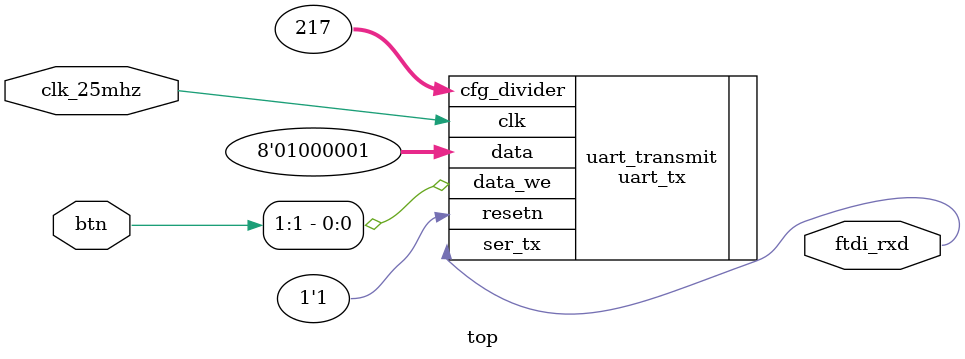
<source format=v>
module top (
  input  clk_25mhz,
  output ftdi_rxd,
  input [6:0] btn,
);   

  uart_tx uart_transmit(
    .clk(clk_25mhz),
    .resetn(1'b1),
    .ser_tx(ftdi_rxd),
    .cfg_divider(25000000/115200),
    .data(8'd65),
    .data_we(btn[1])
  );

endmodule

</source>
